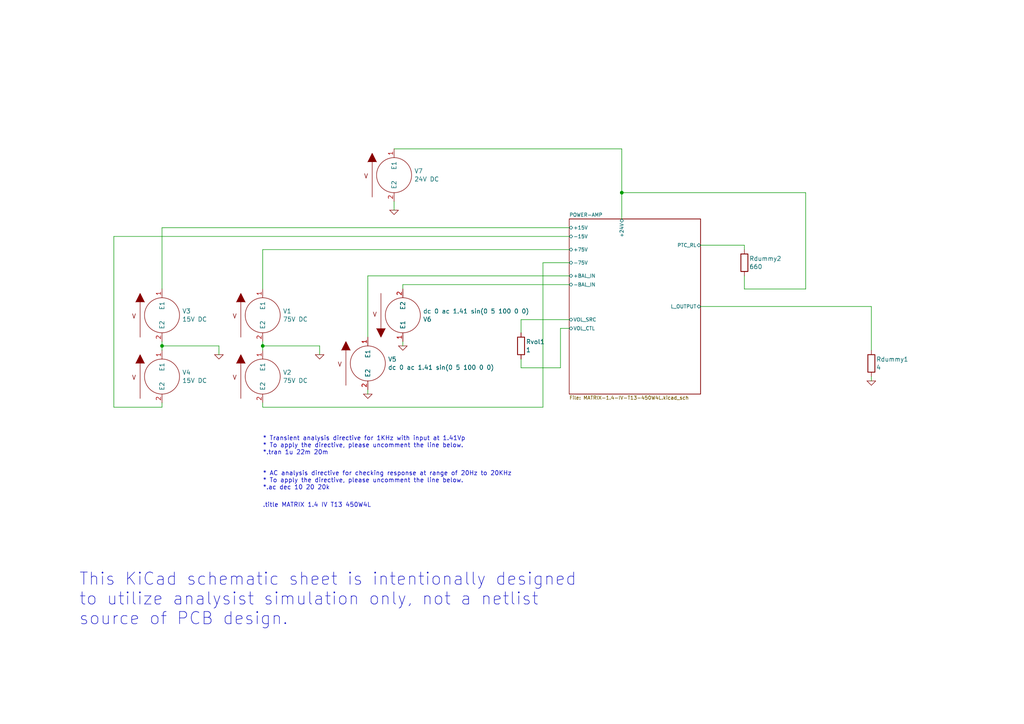
<source format=kicad_sch>
(kicad_sch (version 20211123) (generator eeschema)
  (paper "A4")
  (lib_symbols
    (symbol "Device:R" (pin_numbers hide) (pin_names (offset 0))
      (property "Reference" "R" (at 2.032 0 90))
      (property "Value" "R" (at 0 0 90))
      (symbol "R_0_1"
        (rectangle (start -1.016 -2.54) (end 1.016 2.54) (stroke (width 0.254)))
      )
      (symbol "R_1_1"
        (pin passive line (at 0 3.81 270) (length 1.27) (name "~") (number "1"))
        (pin passive line (at 0 -3.81 90) (length 1.27) (name "~") (number "2"))
      )
    )
    (symbol "pspice:0" (power) (pin_names (offset 0))
      (property "Value" "0" (at 0 -1.778 0))
      (symbol "0_0_1"
        (polyline (pts (xy -1.27 0) (xy 0 -1.27) (xy 1.27 0) (xy -1.27 0)))
      )
      (symbol "0_1_1"
        (pin power_in line (at 0 0 0) (length 0) hide (name "0") (number "1"))
      )
    )
    (symbol "pspice:VSOURCE" (pin_names (offset 1.016))
      (property "Reference" "V" (at -6.35 7.62 0))
      (property "Value" "VSOURCE" (at 0 0 0))
      (symbol "VSOURCE_0_1"
        (polyline (pts (xy -6.35 -6.35) (xy -6.35 3.81)) (fill (type outline)))
        (polyline (pts (xy -7.62 3.81) (xy -6.35 6.35) (xy -5.08 3.81)) (fill (type outline)))
        (circle (center 0 0) (radius 5.08))
        (text "V" (at -8.128 -0.254 0) (effects (font (size 1.27 1.27))))
      )
      (symbol "VSOURCE_1_1"
        (pin input line (at 0 7.62 270) (length 2.54) (name "E1") (number "1"))
        (pin input line (at 0 -7.62 90) (length 2.54) (name "E2") (number "2"))
      )
    )
  )
  (junction (at 76.2 100.33))
  (junction (at 180.34 55.88))
  (junction (at 46.99 100.33))
  (wire (pts (xy 151.13 92.71) (xy 165.1 92.71)))
  (wire (pts (xy 165.1 68.58) (xy 33.02 68.58)))
  (wire (pts (xy 180.34 43.18) (xy 180.34 55.88)))
  (wire (pts (xy 165.1 82.55) (xy 116.84 82.55)))
  (wire (pts (xy 203.2 88.9) (xy 252.73 88.9)))
  (wire (pts (xy 151.13 92.71) (xy 151.13 96.52)))
  (wire (pts (xy 76.2 116.84) (xy 76.2 118.11)))
  (wire (pts (xy 165.1 72.39) (xy 76.2 72.39)))
  (wire (pts (xy 165.1 80.01) (xy 106.68 80.01)))
  (wire (pts (xy 116.84 99.06) (xy 116.84 100.33)))
  (wire (pts (xy 165.1 66.04) (xy 46.99 66.04)))
  (wire (pts (xy 46.99 116.84) (xy 46.99 118.11)))
  (wire (pts (xy 76.2 101.6) (xy 76.2 100.33)))
  (wire (pts (xy 92.71 100.33) (xy 92.71 102.87)))
  (wire (pts (xy 76.2 72.39) (xy 76.2 83.82)))
  (wire (pts (xy 157.48 118.11) (xy 157.48 76.2)))
  (wire (pts (xy 151.13 104.14) (xy 151.13 106.68)))
  (wire (pts (xy 63.5 100.33) (xy 63.5 102.87)))
  (wire (pts (xy 106.68 114.3) (xy 106.68 113.03)))
  (wire (pts (xy 46.99 101.6) (xy 46.99 100.33)))
  (wire (pts (xy 33.02 118.11) (xy 46.99 118.11)))
  (wire (pts (xy 114.3 58.42) (xy 114.3 60.96)))
  (wire (pts (xy 33.02 68.58) (xy 33.02 118.11)))
  (wire (pts (xy 46.99 66.04) (xy 46.99 83.82)))
  (wire (pts (xy 106.68 80.01) (xy 106.68 97.79)))
  (wire (pts (xy 180.34 55.88) (xy 180.34 63.5)))
  (wire (pts (xy 162.56 106.68) (xy 162.56 95.25)))
  (wire (pts (xy 76.2 100.33) (xy 76.2 99.06)))
  (wire (pts (xy 233.68 55.88) (xy 233.68 83.82)))
  (wire (pts (xy 203.2 71.12) (xy 215.9 71.12)))
  (wire (pts (xy 157.48 76.2) (xy 165.1 76.2)))
  (wire (pts (xy 162.56 95.25) (xy 165.1 95.25)))
  (wire (pts (xy 76.2 100.33) (xy 92.71 100.33)))
  (wire (pts (xy 114.3 43.18) (xy 180.34 43.18)))
  (wire (pts (xy 76.2 118.11) (xy 157.48 118.11)))
  (wire (pts (xy 116.84 82.55) (xy 116.84 83.82)))
  (wire (pts (xy 215.9 80.01) (xy 215.9 83.82)))
  (wire (pts (xy 46.99 100.33) (xy 63.5 100.33)))
  (wire (pts (xy 252.73 88.9) (xy 252.73 101.6)))
  (wire (pts (xy 215.9 71.12) (xy 215.9 72.39)))
  (wire (pts (xy 151.13 106.68) (xy 162.56 106.68)))
  (wire (pts (xy 252.73 109.22) (xy 252.73 110.49)))
  (wire (pts (xy 233.68 83.82) (xy 215.9 83.82)))
  (wire (pts (xy 46.99 100.33) (xy 46.99 99.06)))
  (wire (pts (xy 180.34 55.88) (xy 233.68 55.88)))
  (text "This KiCad schematic sheet is intentionally designed\nto utilize analysist simulation only, not a netlist\nsource of PCB design." (at 22.86 181.61 0) (effects (font (size 3.556 3.556)) (justify left bottom)))
  (text "* Transient analysis directive for 1KHz with input at 1.41Vp\n* To apply the directive, please uncomment the line below.\n*.tran 1u 22m 20m" (at 76.2 132.08 0) (effects (font (size 1.27 1.27)) (justify left bottom)))
  (text ".title MATRIX 1.4 IV T13 450W4L" (at 76.2 147.32 0) (effects (font (size 1.27 1.27)) (justify left bottom)))
  (text "* AC analysis directive for checking response at range of 20Hz to 20KHz\n* To apply the directive, please uncomment the line below.\n*.ac dec 10 20 20k" (at 76.2 142.24 0) (effects (font (size 1.27 1.27)) (justify left bottom)))
  (symbol (lib_id "pspice:VSOURCE") (at 76.2 91.44 0) (unit 1)
    (property "Reference" "V1" (at 82.042 90.2462 0) (effects (justify left)))
    (property "Value" "75V DC" (at 82.042 92.6084 0) (effects (justify left)))
  )
  (symbol (lib_id "pspice:VSOURCE") (at 76.2 109.22 0) (unit 1)
    (property "Reference" "V2" (at 82.042 108.0262 0) (effects (justify left)))
    (property "Value" "75V DC" (at 82.042 110.3884 0) (effects (justify left)))
  )
  (symbol (lib_id "pspice:0") (at 92.71 102.87 0) (unit 1)
    (property "Reference" "#GND0105" (effects hide))
    (property "Value" "0" (effects hide))
  )
  (symbol (lib_id "pspice:VSOURCE") (at 106.68 105.41 0) (unit 1)
    (property "Reference" "V5" (at 112.522 104.2162 0) (effects (justify left)))
    (property "Value" "dc 0 ac 1.41 sin(0 5 100 0 0)" (at 112.522 106.5784 0) (effects (justify left)))
  )
  (symbol (lib_id "pspice:0") (at 106.68 114.3 0) (unit 1)
    (property "Reference" "#GND0106" (effects hide))
    (property "Value" "0" (effects hide))
  )
  (symbol (lib_id "Device:R") (at 252.73 105.41 0) (unit 1)
    (property "Reference" "Rdummy1" (at 254.127 104.2162 0) (effects (justify left)))
    (property "Value" "4" (at 254.127 106.5784 0) (effects (justify left)))
  )
  (symbol (lib_id "pspice:0") (at 252.73 110.49 0) (unit 1)
    (property "Reference" "#GND0107" (effects hide))
    (property "Value" "0" (effects hide))
  )
  (symbol (lib_id "pspice:VSOURCE") (at 116.84 91.44 0) (mirror x) (unit 1)
    (property "Reference" "V6" (at 122.682 92.6338 0) (effects (justify left)))
    (property "Value" "dc 0 ac 1.41 sin(0 5 100 0 0)" (at 122.682 90.2716 0) (effects (justify left)))
  )
  (symbol (lib_id "pspice:VSOURCE") (at 46.99 91.44 0) (unit 1)
    (property "Reference" "V3" (at 52.832 90.2462 0) (effects (justify left)))
    (property "Value" "15V DC" (at 52.832 92.6084 0) (effects (justify left)))
  )
  (symbol (lib_id "pspice:0") (at 116.84 100.33 0) (unit 1)
    (property "Reference" "#GND0108" (effects hide))
    (property "Value" "0" (effects hide))
  )
  (symbol (lib_id "pspice:VSOURCE") (at 114.3 50.8 0) (unit 1)
    (property "Reference" "V7" (at 120.142 49.6062 0) (effects (justify left)))
    (property "Value" "24V DC" (at 120.142 51.9684 0) (effects (justify left)))
  )
  (symbol (lib_id "pspice:0") (at 114.3 60.96 0) (unit 1)
    (property "Reference" "#GND0127" (effects hide))
    (property "Value" "0" (effects hide))
  )
  (symbol (lib_id "pspice:VSOURCE") (at 46.99 109.22 0) (unit 1)
    (property "Reference" "V4" (at 52.832 108.0262 0) (effects (justify left)))
    (property "Value" "15V DC" (at 52.832 110.3884 0) (effects (justify left)))
  )
  (symbol (lib_id "pspice:0") (at 63.5 102.87 0) (unit 1)
    (property "Reference" "#GND0104" (effects hide))
    (property "Value" "0" (effects hide))
  )
  (symbol (lib_id "Device:R") (at 215.9 76.2 0) (unit 1)
    (property "Reference" "Rdummy2" (at 217.297 75.0062 0) (effects (justify left)))
    (property "Value" "660" (at 217.297 77.3684 0) (effects (justify left)))
  )
  (symbol (lib_id "Device:R") (at 151.13 100.33 0) (unit 1)
    (property "Reference" "Rvol1" (at 152.527 99.1362 0) (effects (justify left)))
    (property "Value" "1" (at 152.527 101.4984 0) (effects (justify left)))
  )
  (sheet (at 165.1 63.5) (size 38.1 50.8)
    (property "Sheet name" "POWER-AMP" (at 165.1 62.9154 0) (effects (font (size 1.016 1.016)) (justify left bottom)))
    (property "Sheet file" "MATRIX-1.4-IV-T13-450W4L.kicad_sch" (at 165.1 114.783 0) (effects (font (size 1.016 1.016)) (justify left top)))
    (pin "-75V" bidirectional (at 165.1 76.2 180) (effects (font (size 1.016 1.016))))
    (pin "+75V" bidirectional (at 165.1 72.39 180) (effects (font (size 1.016 1.016))))
    (pin "+BAL_IN" bidirectional (at 165.1 80.01 180) (effects (font (size 1.016 1.016))))
    (pin "L_OUTPUT" bidirectional (at 203.2 88.9 0) (effects (font (size 1.016 1.016))))
    (pin "-15V" bidirectional (at 165.1 68.58 180) (effects (font (size 1.016 1.016))))
    (pin "+15V" bidirectional (at 165.1 66.04 180) (effects (font (size 1.016 1.016))))
    (pin "-BAL_IN" bidirectional (at 165.1 82.55 180) (effects (font (size 1.016 1.016))))
    (pin "VOL_SRC" bidirectional (at 165.1 92.71 180) (effects (font (size 1.016 1.016))))
    (pin "VOL_CTL" bidirectional (at 165.1 95.25 180) (effects (font (size 1.016 1.016))))
    (pin "+24V" bidirectional (at 180.34 63.5 90) (effects (font (size 1.016 1.016))))
    (pin "PTC_RL" bidirectional (at 203.2 71.12 0) (effects (font (size 1.016 1.016))))
  )
)
</source>
